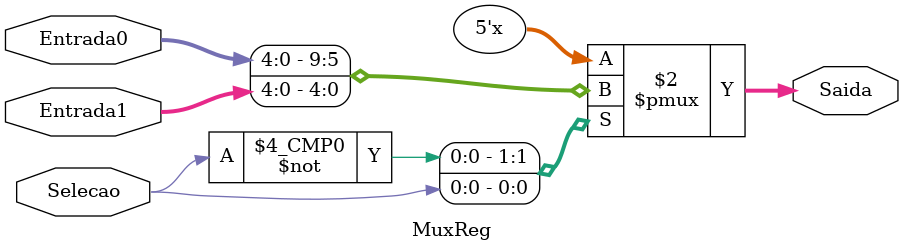
<source format=v>
module MuxReg(Entrada0, Entrada1, Selecao, Saida);

	input [4:0] Entrada0, Entrada1;
	input Selecao;
	output reg [4:0] Saida;

	always @(*) begin
		case (Selecao)
			0: Saida = Entrada0;
			1: Saida = Entrada1;
		endcase
	end

endmodule
</source>
